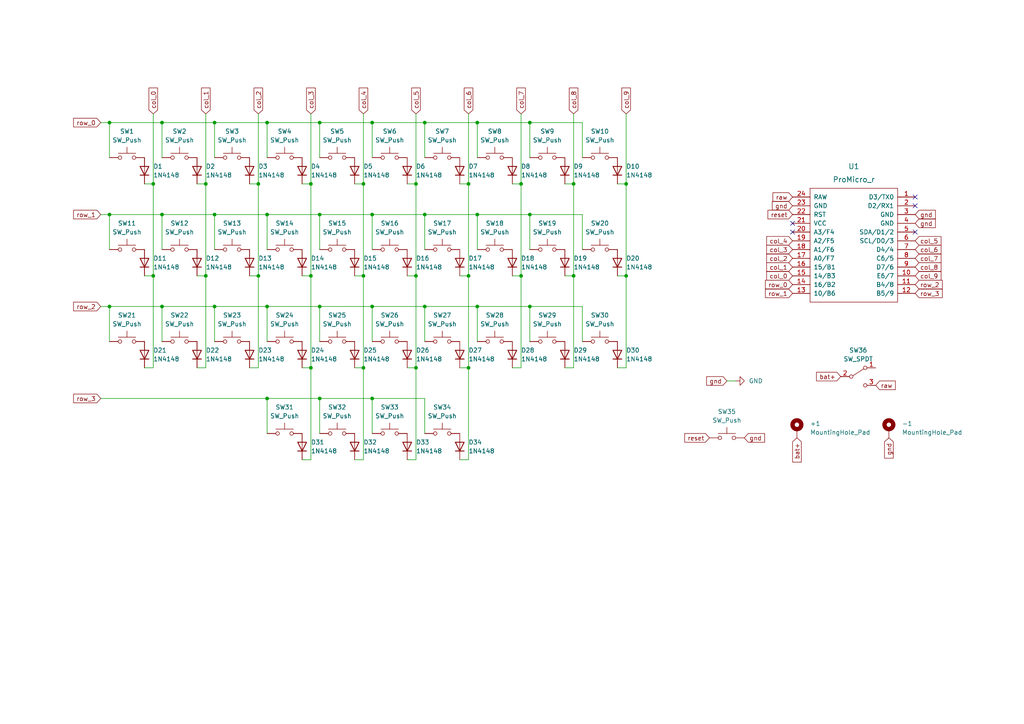
<source format=kicad_sch>
(kicad_sch (version 20211123) (generator eeschema)
  (paper "A4")
  (lib_symbols
    (symbol "Diode:1N4148" (pin_numbers hide) (pin_names (offset 1.016) hide)
      (property "Reference" "D" (at 0 2.54 0))
      (property "Value" "1N4148" (at 0 -2.54 0))
      (symbol "1N4148_0_1"
        (polyline (pts (xy -1.27 1.27) (xy -1.27 -1.27)) (stroke (width 0.254)))
        (polyline (pts (xy 1.27 0) (xy -1.27 0)))
        (polyline (pts (xy 1.27 1.27) (xy 1.27 -1.27) (xy -1.27 0) (xy 1.27 1.27)) (stroke (width 0.254)))
      )
      (symbol "1N4148_1_1"
        (pin passive line (at -3.81 0 0) (length 2.54) (name "K") (number "1"))
        (pin passive line (at 3.81 0 180) (length 2.54) (name "A") (number "2"))
      )
    )
    (symbol "Mechanical:MountingHole_Pad" (pin_numbers hide) (pin_names (offset 1.016) hide)
      (property "Reference" "H" (at 0 6.35 0))
      (property "Value" "MountingHole_Pad" (at 0 4.445 0))
      (symbol "MountingHole_Pad_0_1"
        (circle (center 0 1.27) (radius 1.27) (stroke (width 1.27)))
      )
      (symbol "MountingHole_Pad_1_1"
        (pin input line (at 0 -2.54 90) (length 2.54) (name "1") (number "1"))
      )
    )
    (symbol "Switch:SW_Push" (pin_numbers hide) (pin_names (offset 1.016) hide)
      (property "Reference" "SW" (at 1.27 2.54 0))
      (property "Value" "SW_Push" (at 0 -1.524 0))
      (symbol "SW_Push_0_1"
        (circle (center -2.032 0) (radius 0.508))
        (polyline (pts (xy 0 1.27) (xy 0 3.048)))
        (polyline (pts (xy 2.54 1.27) (xy -2.54 1.27)))
        (circle (center 2.032 0) (radius 0.508))
        (pin passive line (at -5.08 0 0) (length 2.54) (name "1") (number "1"))
        (pin passive line (at 5.08 0 180) (length 2.54) (name "2") (number "2"))
      )
    )
    (symbol "Switch:SW_SPDT" (pin_names (offset 0) hide)
      (property "Reference" "SW" (at 0 4.318 0))
      (property "Value" "SW_SPDT" (at 0 -5.08 0))
      (symbol "SW_SPDT_0_0"
        (circle (center -2.032 0) (radius 0.508))
        (circle (center 2.032 -2.54) (radius 0.508))
      )
      (symbol "SW_SPDT_0_1"
        (polyline (pts (xy -1.524 0.254) (xy 1.651 2.286)))
        (circle (center 2.032 2.54) (radius 0.508))
      )
      (symbol "SW_SPDT_1_1"
        (pin passive line (at 5.08 2.54 180) (length 2.54) (name "A") (number "1"))
        (pin passive line (at -5.08 0 0) (length 2.54) (name "B") (number "2"))
        (pin passive line (at 5.08 -2.54 180) (length 2.54) (name "C") (number "3"))
      )
    )
    (symbol "kbd:ProMicro_r" (pin_names (offset 1.016))
      (property "Reference" "U" (at 1.27 22.86 0))
      (property "Value" "ProMicro_r" (at 1.27 -15.24 0))
      (symbol "ProMicro_r_0_1"
        (rectangle (start 13.97 20.32) (end -11.43 -12.7))
      )
      (symbol "ProMicro_r_1_1"
        (pin bidirectional line (at 19.05 17.78 180) (length 5.08) (name "D3/TX0") (number "1"))
        (pin bidirectional line (at 19.05 -5.08 180) (length 5.08) (name "E6/7") (number "10"))
        (pin bidirectional line (at 19.05 -7.62 180) (length 5.08) (name "B4/8") (number "11"))
        (pin bidirectional line (at 19.05 -10.16 180) (length 5.08) (name "B5/9") (number "12"))
        (pin bidirectional line (at -16.51 -10.16 0) (length 5.08) (name "10/B6") (number "13"))
        (pin bidirectional line (at -16.51 -7.62 0) (length 5.08) (name "16/B2") (number "14"))
        (pin bidirectional line (at -16.51 -5.08 0) (length 5.08) (name "14/B3") (number "15"))
        (pin bidirectional line (at -16.51 -2.54 0) (length 5.08) (name "15/B1") (number "16"))
        (pin bidirectional line (at -16.51 0 0) (length 5.08) (name "A0/F7") (number "17"))
        (pin bidirectional line (at -16.51 2.54 0) (length 5.08) (name "A1/F6") (number "18"))
        (pin bidirectional line (at -16.51 5.08 0) (length 5.08) (name "A2/F5") (number "19"))
        (pin bidirectional line (at 19.05 15.24 180) (length 5.08) (name "D2/RX1") (number "2"))
        (pin bidirectional line (at -16.51 7.62 0) (length 5.08) (name "A3/F4") (number "20"))
        (pin power_in line (at -16.51 10.16 0) (length 5.08) (name "VCC") (number "21"))
        (pin input line (at -16.51 12.7 0) (length 5.08) (name "RST") (number "22"))
        (pin power_in line (at -16.51 15.24 0) (length 5.08) (name "GND") (number "23"))
        (pin power_out line (at -16.51 17.78 0) (length 5.08) (name "RAW") (number "24"))
        (pin power_in line (at 19.05 12.7 180) (length 5.08) (name "GND") (number "3"))
        (pin power_in line (at 19.05 10.16 180) (length 5.08) (name "GND") (number "4"))
        (pin bidirectional line (at 19.05 7.62 180) (length 5.08) (name "SDA/D1/2") (number "5"))
        (pin bidirectional line (at 19.05 5.08 180) (length 5.08) (name "SCL/D0/3") (number "6"))
        (pin bidirectional line (at 19.05 2.54 180) (length 5.08) (name "D4/4") (number "7"))
        (pin bidirectional line (at 19.05 0 180) (length 5.08) (name "C6/5") (number "8"))
        (pin bidirectional line (at 19.05 -2.54 180) (length 5.08) (name "D7/6") (number "9"))
      )
    )
    (symbol "power:GND" (power) (pin_names (offset 0))
      (property "Value" "GND" (at 0 -3.81 0))
      (symbol "GND_0_1"
        (polyline (pts (xy 0 0) (xy 0 -1.27) (xy 1.27 -1.27) (xy 0 -2.54) (xy -1.27 -1.27) (xy 0 -1.27)))
      )
      (symbol "GND_1_1"
        (pin power_in line (at 0 0 270) (length 0) hide (name "GND") (number "1"))
      )
    )
  )
  (junction (at 166.37 53.34))
  (junction (at 74.93 80.01))
  (junction (at 46.99 35.56))
  (junction (at 92.71 35.56))
  (junction (at 62.23 35.56))
  (junction (at 151.13 53.34))
  (junction (at 74.93 53.34))
  (junction (at 92.71 88.9))
  (junction (at 120.65 80.01))
  (junction (at 107.95 35.56))
  (junction (at 46.99 62.23))
  (junction (at 107.95 62.23))
  (junction (at 105.41 106.68))
  (junction (at 90.17 53.34))
  (junction (at 166.37 80.01))
  (junction (at 59.69 53.34))
  (junction (at 105.41 53.34))
  (junction (at 90.17 106.68))
  (junction (at 138.43 88.9))
  (junction (at 120.65 53.34))
  (junction (at 138.43 35.56))
  (junction (at 107.95 115.57))
  (junction (at 181.61 80.01))
  (junction (at 135.89 106.68))
  (junction (at 153.67 62.23))
  (junction (at 105.41 80.01))
  (junction (at 62.23 62.23))
  (junction (at 31.75 35.56))
  (junction (at 181.61 53.34))
  (junction (at 62.23 88.9))
  (junction (at 77.47 88.9))
  (junction (at 135.89 53.34))
  (junction (at 44.45 80.01))
  (junction (at 59.69 80.01))
  (junction (at 120.65 106.68))
  (junction (at 123.19 62.23))
  (junction (at 123.19 88.9))
  (junction (at 123.19 35.56))
  (junction (at 31.75 88.9))
  (junction (at 151.13 80.01))
  (junction (at 138.43 62.23))
  (junction (at 31.75 62.23))
  (junction (at 44.45 53.34))
  (junction (at 77.47 115.57))
  (junction (at 135.89 80.01))
  (junction (at 77.47 35.56))
  (junction (at 107.95 88.9))
  (junction (at 153.67 35.56))
  (junction (at 77.47 62.23))
  (junction (at 92.71 62.23))
  (junction (at 46.99 88.9))
  (junction (at 153.67 88.9))
  (junction (at 92.71 115.57))
  (junction (at 90.17 80.01))
  (no_connect (at 229.87 64.77))
  (no_connect (at 229.87 67.31))
  (no_connect (at 265.43 57.15))
  (no_connect (at 265.43 59.69))
  (no_connect (at 265.43 67.31))
  (wire (pts (xy 90.17 53.34) (xy 87.63 53.34)))
  (wire (pts (xy 90.17 80.01) (xy 90.17 53.34)))
  (wire (pts (xy 163.83 53.34) (xy 166.37 53.34)))
  (wire (pts (xy 166.37 53.34) (xy 166.37 80.01)))
  (wire (pts (xy 166.37 80.01) (xy 163.83 80.01)))
  (wire (pts (xy 105.41 80.01) (xy 105.41 106.68)))
  (wire (pts (xy 105.41 106.68) (xy 102.87 106.68)))
  (wire (pts (xy 153.67 62.23) (xy 168.91 62.23)))
  (wire (pts (xy 168.91 62.23) (xy 168.91 72.39)))
  (wire (pts (xy 138.43 35.56) (xy 153.67 35.56)))
  (wire (pts (xy 153.67 35.56) (xy 153.67 45.72)))
  (wire (pts (xy 166.37 80.01) (xy 166.37 106.68)))
  (wire (pts (xy 166.37 106.68) (xy 163.83 106.68)))
  (wire (pts (xy 77.47 35.56) (xy 92.71 35.56)))
  (wire (pts (xy 92.71 35.56) (xy 92.71 45.72)))
  (wire (pts (xy 120.65 80.01) (xy 118.11 80.01)))
  (wire (pts (xy 120.65 106.68) (xy 120.65 80.01)))
  (wire (pts (xy 44.45 33.02) (xy 44.45 53.34)))
  (wire (pts (xy 31.75 62.23) (xy 46.99 62.23)))
  (wire (pts (xy 31.75 72.39) (xy 31.75 62.23)))
  (wire (pts (xy 46.99 62.23) (xy 46.99 72.39)))
  (wire (pts (xy 138.43 88.9) (xy 153.67 88.9)))
  (wire (pts (xy 153.67 88.9) (xy 153.67 99.06)))
  (wire (pts (xy 105.41 33.02) (xy 105.41 53.34)))
  (wire (pts (xy 59.69 80.01) (xy 59.69 106.68)))
  (wire (pts (xy 59.69 106.68) (xy 57.15 106.68)))
  (wire (pts (xy 92.71 35.56) (xy 107.95 35.56)))
  (wire (pts (xy 107.95 35.56) (xy 107.95 45.72)))
  (wire (pts (xy 72.39 106.68) (xy 74.93 106.68)))
  (wire (pts (xy 74.93 80.01) (xy 72.39 80.01)))
  (wire (pts (xy 74.93 106.68) (xy 74.93 80.01)))
  (wire (pts (xy 120.65 53.34) (xy 118.11 53.34)))
  (wire (pts (xy 120.65 80.01) (xy 120.65 53.34)))
  (wire (pts (xy 90.17 33.02) (xy 90.17 53.34)))
  (wire (pts (xy 46.99 35.56) (xy 62.23 35.56)))
  (wire (pts (xy 62.23 35.56) (xy 62.23 45.72)))
  (wire (pts (xy 87.63 133.35) (xy 90.17 133.35)))
  (wire (pts (xy 90.17 106.68) (xy 87.63 106.68)))
  (wire (pts (xy 90.17 133.35) (xy 90.17 106.68)))
  (wire (pts (xy 31.75 35.56) (xy 46.99 35.56)))
  (wire (pts (xy 31.75 45.72) (xy 31.75 35.56)))
  (wire (pts (xy 46.99 35.56) (xy 46.99 45.72)))
  (wire (pts (xy 41.91 106.68) (xy 44.45 106.68)))
  (wire (pts (xy 44.45 80.01) (xy 41.91 80.01)))
  (wire (pts (xy 44.45 106.68) (xy 44.45 80.01)))
  (wire (pts (xy 151.13 33.02) (xy 151.13 53.34)))
  (wire (pts (xy 92.71 115.57) (xy 107.95 115.57)))
  (wire (pts (xy 107.95 115.57) (xy 107.95 125.73)))
  (wire (pts (xy 102.87 53.34) (xy 105.41 53.34)))
  (wire (pts (xy 105.41 53.34) (xy 105.41 80.01)))
  (wire (pts (xy 105.41 80.01) (xy 102.87 80.01)))
  (wire (pts (xy 123.19 62.23) (xy 138.43 62.23)))
  (wire (pts (xy 138.43 62.23) (xy 138.43 72.39)))
  (wire (pts (xy 29.21 62.23) (xy 31.75 62.23)))
  (wire (pts (xy 90.17 80.01) (xy 87.63 80.01)))
  (wire (pts (xy 90.17 106.68) (xy 90.17 80.01)))
  (wire (pts (xy 118.11 133.35) (xy 120.65 133.35)))
  (wire (pts (xy 120.65 106.68) (xy 118.11 106.68)))
  (wire (pts (xy 120.65 133.35) (xy 120.65 106.68)))
  (wire (pts (xy 46.99 88.9) (xy 62.23 88.9)))
  (wire (pts (xy 62.23 88.9) (xy 62.23 99.06)))
  (wire (pts (xy 210.82 110.49) (xy 213.36 110.49)))
  (wire (pts (xy 148.59 53.34) (xy 151.13 53.34)))
  (wire (pts (xy 151.13 53.34) (xy 151.13 80.01)))
  (wire (pts (xy 151.13 80.01) (xy 148.59 80.01)))
  (wire (pts (xy 77.47 88.9) (xy 92.71 88.9)))
  (wire (pts (xy 92.71 88.9) (xy 92.71 99.06)))
  (wire (pts (xy 46.99 62.23) (xy 62.23 62.23)))
  (wire (pts (xy 62.23 62.23) (xy 62.23 72.39)))
  (wire (pts (xy 123.19 88.9) (xy 138.43 88.9)))
  (wire (pts (xy 138.43 88.9) (xy 138.43 99.06)))
  (wire (pts (xy 105.41 106.68) (xy 105.41 133.35)))
  (wire (pts (xy 105.41 133.35) (xy 102.87 133.35)))
  (wire (pts (xy 62.23 88.9) (xy 77.47 88.9)))
  (wire (pts (xy 77.47 88.9) (xy 77.47 99.06)))
  (wire (pts (xy 133.35 53.34) (xy 135.89 53.34)))
  (wire (pts (xy 135.89 53.34) (xy 135.89 80.01)))
  (wire (pts (xy 135.89 80.01) (xy 133.35 80.01)))
  (wire (pts (xy 29.21 115.57) (xy 77.47 115.57)))
  (wire (pts (xy 123.19 35.56) (xy 138.43 35.56)))
  (wire (pts (xy 138.43 35.56) (xy 138.43 45.72)))
  (wire (pts (xy 29.21 88.9) (xy 31.75 88.9)))
  (wire (pts (xy 74.93 53.34) (xy 72.39 53.34)))
  (wire (pts (xy 74.93 80.01) (xy 74.93 53.34)))
  (wire (pts (xy 120.65 33.02) (xy 120.65 53.34)))
  (wire (pts (xy 153.67 35.56) (xy 168.91 35.56)))
  (wire (pts (xy 168.91 35.56) (xy 168.91 45.72)))
  (wire (pts (xy 135.89 80.01) (xy 135.89 106.68)))
  (wire (pts (xy 135.89 106.68) (xy 133.35 106.68)))
  (wire (pts (xy 29.21 35.56) (xy 31.75 35.56)))
  (wire (pts (xy 107.95 62.23) (xy 123.19 62.23)))
  (wire (pts (xy 123.19 62.23) (xy 123.19 72.39)))
  (wire (pts (xy 92.71 62.23) (xy 107.95 62.23)))
  (wire (pts (xy 107.95 62.23) (xy 107.95 72.39)))
  (wire (pts (xy 107.95 115.57) (xy 123.19 115.57)))
  (wire (pts (xy 123.19 115.57) (xy 123.19 125.73)))
  (wire (pts (xy 107.95 35.56) (xy 123.19 35.56)))
  (wire (pts (xy 123.19 35.56) (xy 123.19 45.72)))
  (wire (pts (xy 181.61 33.02) (xy 181.61 53.34)))
  (wire (pts (xy 135.89 33.02) (xy 135.89 53.34)))
  (wire (pts (xy 181.61 80.01) (xy 181.61 106.68)))
  (wire (pts (xy 181.61 106.68) (xy 179.07 106.68)))
  (wire (pts (xy 31.75 88.9) (xy 46.99 88.9)))
  (wire (pts (xy 31.75 99.06) (xy 31.75 88.9)))
  (wire (pts (xy 46.99 88.9) (xy 46.99 99.06)))
  (wire (pts (xy 179.07 53.34) (xy 181.61 53.34)))
  (wire (pts (xy 181.61 53.34) (xy 181.61 80.01)))
  (wire (pts (xy 181.61 80.01) (xy 179.07 80.01)))
  (wire (pts (xy 59.69 33.02) (xy 59.69 53.34)))
  (wire (pts (xy 44.45 53.34) (xy 41.91 53.34)))
  (wire (pts (xy 44.45 80.01) (xy 44.45 53.34)))
  (wire (pts (xy 92.71 88.9) (xy 107.95 88.9)))
  (wire (pts (xy 107.95 88.9) (xy 107.95 99.06)))
  (wire (pts (xy 57.15 53.34) (xy 59.69 53.34)))
  (wire (pts (xy 59.69 53.34) (xy 59.69 80.01)))
  (wire (pts (xy 59.69 80.01) (xy 57.15 80.01)))
  (wire (pts (xy 62.23 62.23) (xy 77.47 62.23)))
  (wire (pts (xy 77.47 62.23) (xy 77.47 72.39)))
  (wire (pts (xy 62.23 35.56) (xy 77.47 35.56)))
  (wire (pts (xy 77.47 35.56) (xy 77.47 45.72)))
  (wire (pts (xy 77.47 62.23) (xy 92.71 62.23)))
  (wire (pts (xy 92.71 62.23) (xy 92.71 72.39)))
  (wire (pts (xy 107.95 88.9) (xy 123.19 88.9)))
  (wire (pts (xy 123.19 88.9) (xy 123.19 99.06)))
  (wire (pts (xy 153.67 88.9) (xy 168.91 88.9)))
  (wire (pts (xy 168.91 88.9) (xy 168.91 99.06)))
  (wire (pts (xy 135.89 106.68) (xy 135.89 133.35)))
  (wire (pts (xy 135.89 133.35) (xy 133.35 133.35)))
  (wire (pts (xy 138.43 62.23) (xy 153.67 62.23)))
  (wire (pts (xy 153.67 62.23) (xy 153.67 72.39)))
  (wire (pts (xy 151.13 80.01) (xy 151.13 106.68)))
  (wire (pts (xy 151.13 106.68) (xy 148.59 106.68)))
  (wire (pts (xy 77.47 115.57) (xy 92.71 115.57)))
  (wire (pts (xy 77.47 125.73) (xy 77.47 115.57)))
  (wire (pts (xy 92.71 115.57) (xy 92.71 125.73)))
  (wire (pts (xy 166.37 33.02) (xy 166.37 53.34)))
  (wire (pts (xy 74.93 33.02) (xy 74.93 53.34)))
  (global_label "col_2" (shape input) (at 74.93 33.02 90) (property "Intersheet References" "${INTERSHEET_REFS}" (effects hide)))
  (global_label "gnd" (shape input) (at 210.82 110.49 180) (property "Intersheet References" "${INTERSHEET_REFS}" (effects hide)))
  (global_label "bat+" (shape input) (at 231.14 127 270) (property "Intersheet References" "${INTERSHEET_REFS}" (effects hide)))
  (global_label "gnd" (shape input) (at 229.87 59.69 180) (property "Intersheet References" "${INTERSHEET_REFS}" (effects hide)))
  (global_label "row_2" (shape input) (at 265.43 82.55 0) (property "Intersheet References" "${INTERSHEET_REFS}" (effects hide)))
  (global_label "col_9" (shape input) (at 265.43 80.01 0) (property "Intersheet References" "${INTERSHEET_REFS}" (effects hide)))
  (global_label "col_5" (shape input) (at 120.65 33.02 90) (property "Intersheet References" "${INTERSHEET_REFS}" (effects hide)))
  (global_label "col_3" (shape input) (at 90.17 33.02 90) (property "Intersheet References" "${INTERSHEET_REFS}" (effects hide)))
  (global_label "col_1" (shape input) (at 59.69 33.02 90) (property "Intersheet References" "${INTERSHEET_REFS}" (effects hide)))
  (global_label "col_8" (shape input) (at 166.37 33.02 90) (property "Intersheet References" "${INTERSHEET_REFS}" (effects hide)))
  (global_label "bat+" (shape input) (at 243.84 109.22 180) (property "Intersheet References" "${INTERSHEET_REFS}" (effects hide)))
  (global_label "col_7" (shape input) (at 151.13 33.02 90) (property "Intersheet References" "${INTERSHEET_REFS}" (effects hide)))
  (global_label "row_0" (shape input) (at 229.87 82.55 180) (property "Intersheet References" "${INTERSHEET_REFS}" (effects hide)))
  (global_label "gnd" (shape input) (at 265.43 64.77 0) (property "Intersheet References" "${INTERSHEET_REFS}" (effects hide)))
  (global_label "gnd" (shape input) (at 257.81 127 270) (property "Intersheet References" "${INTERSHEET_REFS}" (effects hide)))
  (global_label "col_0" (shape input) (at 229.87 80.01 180) (property "Intersheet References" "${INTERSHEET_REFS}" (effects hide)))
  (global_label "reset" (shape input) (at 205.74 127 180) (property "Intersheet References" "${INTERSHEET_REFS}" (effects hide)))
  (global_label "row_3" (shape input) (at 265.43 85.09 0) (property "Intersheet References" "${INTERSHEET_REFS}" (effects hide)))
  (global_label "col_0" (shape input) (at 44.45 33.02 90) (property "Intersheet References" "${INTERSHEET_REFS}" (effects hide)))
  (global_label "raw" (shape input) (at 254 111.76 0) (property "Intersheet References" "${INTERSHEET_REFS}" (effects hide)))
  (global_label "col_7" (shape input) (at 265.43 74.93 0) (property "Intersheet References" "${INTERSHEET_REFS}" (effects hide)))
  (global_label "col_2" (shape input) (at 229.87 74.93 180) (property "Intersheet References" "${INTERSHEET_REFS}" (effects hide)))
  (global_label "col_4" (shape input) (at 105.41 33.02 90) (property "Intersheet References" "${INTERSHEET_REFS}" (effects hide)))
  (global_label "raw" (shape input) (at 229.87 57.15 180) (property "Intersheet References" "${INTERSHEET_REFS}" (effects hide)))
  (global_label "row_0" (shape input) (at 29.21 35.56 180) (property "Intersheet References" "${INTERSHEET_REFS}" (effects hide)))
  (global_label "gnd" (shape input) (at 265.43 62.23 0) (property "Intersheet References" "${INTERSHEET_REFS}" (effects hide)))
  (global_label "row_1" (shape input) (at 229.87 85.09 180) (property "Intersheet References" "${INTERSHEET_REFS}" (effects hide)))
  (global_label "col_4" (shape input) (at 229.87 69.85 180) (property "Intersheet References" "${INTERSHEET_REFS}" (effects hide)))
  (global_label "col_9" (shape input) (at 181.61 33.02 90) (property "Intersheet References" "${INTERSHEET_REFS}" (effects hide)))
  (global_label "col_6" (shape input) (at 265.43 72.39 0) (property "Intersheet References" "${INTERSHEET_REFS}" (effects hide)))
  (global_label "col_8" (shape input) (at 265.43 77.47 0) (property "Intersheet References" "${INTERSHEET_REFS}" (effects hide)))
  (global_label "row_2" (shape input) (at 29.21 88.9 180) (property "Intersheet References" "${INTERSHEET_REFS}" (effects hide)))
  (global_label "col_5" (shape input) (at 265.43 69.85 0) (property "Intersheet References" "${INTERSHEET_REFS}" (effects hide)))
  (global_label "gnd" (shape input) (at 215.9 127 0) (property "Intersheet References" "${INTERSHEET_REFS}" (effects hide)))
  (global_label "row_3" (shape input) (at 29.21 115.57 180) (property "Intersheet References" "${INTERSHEET_REFS}" (effects hide)))
  (global_label "reset" (shape input) (at 229.87 62.23 180) (property "Intersheet References" "${INTERSHEET_REFS}" (effects hide)))
  (global_label "row_1" (shape input) (at 29.21 62.23 180) (property "Intersheet References" "${INTERSHEET_REFS}" (effects hide)))
  (global_label "col_3" (shape input) (at 229.87 72.39 180) (property "Intersheet References" "${INTERSHEET_REFS}" (effects hide)))
  (global_label "col_1" (shape input) (at 229.87 77.47 180) (property "Intersheet References" "${INTERSHEET_REFS}" (effects hide)))
  (global_label "col_6" (shape input) (at 135.89 33.02 90) (property "Intersheet References" "${INTERSHEET_REFS}" (effects hide)))
  (symbol (lib_id "Switch:SW_Push") (at 67.31 99.06 0) (unit 1)
    (property "Reference" "SW23" (at 67.31 91.44 0))
    (property "Value" "SW_Push" (at 67.31 93.98 0))
    (property "Footprint" "footprints:choc-switch" (effects hide))
  )
  (symbol (lib_id "Diode:1N4148") (at 133.35 49.53 90) (unit 1)
    (property "Reference" "D7" (at 135.89 48.2599 90) (effects (justify right)))
    (property "Value" "1N4148" (at 135.89 50.7999 90) (effects (justify right)))
    (property "Footprint" "footprints:smd-diode" (effects hide))
    (property "Datasheet" "https://assets.nexperia.com/documents/data-sheet/1N4148_1N4448.pdf" (effects hide))
  )
  (symbol (lib_id "Switch:SW_Push") (at 113.03 72.39 0) (unit 1)
    (property "Reference" "SW16" (at 113.03 64.77 0))
    (property "Value" "SW_Push" (at 113.03 67.31 0))
    (property "Footprint" "footprints:choc-switch" (effects hide))
  )
  (symbol (lib_id "Diode:1N4148") (at 87.63 129.54 90) (unit 1)
    (property "Reference" "D31" (at 90.17 128.2699 90) (effects (justify right)))
    (property "Value" "1N4148" (at 90.17 130.8099 90) (effects (justify right)))
    (property "Footprint" "footprints:smd-diode" (effects hide))
    (property "Datasheet" "https://assets.nexperia.com/documents/data-sheet/1N4148_1N4448.pdf" (effects hide))
  )
  (symbol (lib_id "Switch:SW_Push") (at 143.51 45.72 0) (unit 1)
    (property "Reference" "SW8" (at 143.51 38.1 0))
    (property "Value" "SW_Push" (at 143.51 40.64 0))
    (property "Footprint" "footprints:choc-switch" (effects hide))
  )
  (symbol (lib_id "Switch:SW_Push") (at 158.75 72.39 0) (unit 1)
    (property "Reference" "SW19" (at 158.75 64.77 0))
    (property "Value" "SW_Push" (at 158.75 67.31 0))
    (property "Footprint" "footprints:choc-switch" (effects hide))
  )
  (symbol (lib_id "Switch:SW_Push") (at 128.27 125.73 0) (unit 1)
    (property "Reference" "SW34" (at 128.27 118.11 0))
    (property "Value" "SW_Push" (at 128.27 120.65 0))
    (property "Footprint" "footprints:choc-switch" (effects hide))
  )
  (symbol (lib_id "Switch:SW_Push") (at 36.83 45.72 0) (unit 1)
    (property "Reference" "SW1" (at 36.83 38.1 0))
    (property "Value" "SW_Push" (at 36.83 40.64 0))
    (property "Footprint" "footprints:choc-switch" (effects hide))
  )
  (symbol (lib_id "Diode:1N4148") (at 118.11 49.53 90) (unit 1)
    (property "Reference" "D6" (at 120.65 48.2599 90) (effects (justify right)))
    (property "Value" "1N4148" (at 120.65 50.7999 90) (effects (justify right)))
    (property "Footprint" "footprints:smd-diode" (effects hide))
    (property "Datasheet" "https://assets.nexperia.com/documents/data-sheet/1N4148_1N4448.pdf" (effects hide))
  )
  (symbol (lib_id "Diode:1N4148") (at 87.63 102.87 90) (unit 1)
    (property "Reference" "D24" (at 90.17 101.5999 90) (effects (justify right)))
    (property "Value" "1N4148" (at 90.17 104.1399 90) (effects (justify right)))
    (property "Footprint" "footprints:smd-diode" (effects hide))
    (property "Datasheet" "https://assets.nexperia.com/documents/data-sheet/1N4148_1N4448.pdf" (effects hide))
  )
  (symbol (lib_id "Diode:1N4148") (at 118.11 129.54 90) (unit 1)
    (property "Reference" "D33" (at 120.65 128.2699 90) (effects (justify right)))
    (property "Value" "1N4148" (at 120.65 130.8099 90) (effects (justify right)))
    (property "Footprint" "footprints:smd-diode" (effects hide))
    (property "Datasheet" "https://assets.nexperia.com/documents/data-sheet/1N4148_1N4448.pdf" (effects hide))
  )
  (symbol (lib_id "Diode:1N4148") (at 87.63 49.53 90) (unit 1)
    (property "Reference" "D4" (at 90.17 48.2599 90) (effects (justify right)))
    (property "Value" "1N4148" (at 90.17 50.7999 90) (effects (justify right)))
    (property "Footprint" "footprints:smd-diode" (effects hide))
    (property "Datasheet" "https://assets.nexperia.com/documents/data-sheet/1N4148_1N4448.pdf" (effects hide))
  )
  (symbol (lib_id "Diode:1N4148") (at 72.39 102.87 90) (unit 1)
    (property "Reference" "D23" (at 74.93 101.5999 90) (effects (justify right)))
    (property "Value" "1N4148" (at 74.93 104.1399 90) (effects (justify right)))
    (property "Footprint" "footprints:smd-diode" (effects hide))
    (property "Datasheet" "https://assets.nexperia.com/documents/data-sheet/1N4148_1N4448.pdf" (effects hide))
  )
  (symbol (lib_id "Diode:1N4148") (at 72.39 76.2 90) (unit 1)
    (property "Reference" "D13" (at 74.93 74.9299 90) (effects (justify right)))
    (property "Value" "1N4148" (at 74.93 77.4699 90) (effects (justify right)))
    (property "Footprint" "footprints:smd-diode" (effects hide))
    (property "Datasheet" "https://assets.nexperia.com/documents/data-sheet/1N4148_1N4448.pdf" (effects hide))
  )
  (symbol (lib_id "Diode:1N4148") (at 148.59 49.53 90) (unit 1)
    (property "Reference" "D8" (at 151.13 48.2599 90) (effects (justify right)))
    (property "Value" "1N4148" (at 151.13 50.7999 90) (effects (justify right)))
    (property "Footprint" "footprints:smd-diode" (effects hide))
    (property "Datasheet" "https://assets.nexperia.com/documents/data-sheet/1N4148_1N4448.pdf" (effects hide))
  )
  (symbol (lib_id "Switch:SW_Push") (at 128.27 99.06 0) (unit 1)
    (property "Reference" "SW27" (at 128.27 91.44 0))
    (property "Value" "SW_Push" (at 128.27 93.98 0))
    (property "Footprint" "footprints:choc-switch" (effects hide))
  )
  (symbol (lib_id "Diode:1N4148") (at 57.15 76.2 90) (unit 1)
    (property "Reference" "D12" (at 59.69 74.9299 90) (effects (justify right)))
    (property "Value" "1N4148" (at 59.69 77.4699 90) (effects (justify right)))
    (property "Footprint" "footprints:smd-diode" (effects hide))
    (property "Datasheet" "https://assets.nexperia.com/documents/data-sheet/1N4148_1N4448.pdf" (effects hide))
  )
  (symbol (lib_id "Diode:1N4148") (at 102.87 49.53 90) (unit 1)
    (property "Reference" "D5" (at 105.41 48.2599 90) (effects (justify right)))
    (property "Value" "1N4148" (at 105.41 50.7999 90) (effects (justify right)))
    (property "Footprint" "footprints:smd-diode" (effects hide))
    (property "Datasheet" "https://assets.nexperia.com/documents/data-sheet/1N4148_1N4448.pdf" (effects hide))
  )
  (symbol (lib_id "Switch:SW_Push") (at 113.03 45.72 0) (unit 1)
    (property "Reference" "SW6" (at 113.03 38.1 0))
    (property "Value" "SW_Push" (at 113.03 40.64 0))
    (property "Footprint" "footprints:choc-switch" (effects hide))
  )
  (symbol (lib_id "Switch:SW_Push") (at 36.83 72.39 0) (unit 1)
    (property "Reference" "SW11" (at 36.83 64.77 0))
    (property "Value" "SW_Push" (at 36.83 67.31 0))
    (property "Footprint" "footprints:choc-switch" (effects hide))
  )
  (symbol (lib_id "Switch:SW_Push") (at 143.51 99.06 0) (unit 1)
    (property "Reference" "SW28" (at 143.51 91.44 0))
    (property "Value" "SW_Push" (at 143.51 93.98 0))
    (property "Footprint" "footprints:choc-switch" (effects hide))
  )
  (symbol (lib_id "Switch:SW_Push") (at 82.55 72.39 0) (unit 1)
    (property "Reference" "SW14" (at 82.55 64.77 0))
    (property "Value" "SW_Push" (at 82.55 67.31 0))
    (property "Footprint" "footprints:choc-switch" (effects hide))
  )
  (symbol (lib_id "Diode:1N4148") (at 41.91 76.2 90) (unit 1)
    (property "Reference" "D11" (at 44.45 74.9299 90) (effects (justify right)))
    (property "Value" "1N4148" (at 44.45 77.4699 90) (effects (justify right)))
    (property "Footprint" "footprints:smd-diode" (effects hide))
    (property "Datasheet" "https://assets.nexperia.com/documents/data-sheet/1N4148_1N4448.pdf" (effects hide))
  )
  (symbol (lib_id "Switch:SW_Push") (at 52.07 45.72 0) (unit 1)
    (property "Reference" "SW2" (at 52.07 38.1 0))
    (property "Value" "SW_Push" (at 52.07 40.64 0))
    (property "Footprint" "footprints:choc-switch" (effects hide))
  )
  (symbol (lib_id "Switch:SW_Push") (at 173.99 72.39 0) (unit 1)
    (property "Reference" "SW20" (at 173.99 64.77 0))
    (property "Value" "SW_Push" (at 173.99 67.31 0))
    (property "Footprint" "footprints:choc-switch" (effects hide))
  )
  (symbol (lib_id "Mechanical:MountingHole_Pad") (at 257.81 124.46 0) (unit 1)
    (property "Reference" "-1" (at 261.62 122.8724 0) (effects (justify left)))
    (property "Value" "MountingHole_Pad" (at 261.62 125.4124 0) (effects (justify left)))
    (property "Footprint" "footprints:single-pin" (effects hide))
  )
  (symbol (lib_id "Switch:SW_Push") (at 97.79 125.73 0) (unit 1)
    (property "Reference" "SW32" (at 97.79 118.11 0))
    (property "Value" "SW_Push" (at 97.79 120.65 0))
    (property "Footprint" "footprints:choc-switch" (effects hide))
  )
  (symbol (lib_id "Diode:1N4148") (at 118.11 102.87 90) (unit 1)
    (property "Reference" "D26" (at 120.65 101.5999 90) (effects (justify right)))
    (property "Value" "1N4148" (at 120.65 104.1399 90) (effects (justify right)))
    (property "Footprint" "footprints:smd-diode" (effects hide))
    (property "Datasheet" "https://assets.nexperia.com/documents/data-sheet/1N4148_1N4448.pdf" (effects hide))
  )
  (symbol (lib_id "Diode:1N4148") (at 163.83 102.87 90) (unit 1)
    (property "Reference" "D29" (at 166.37 101.5999 90) (effects (justify right)))
    (property "Value" "1N4148" (at 166.37 104.1399 90) (effects (justify right)))
    (property "Footprint" "footprints:smd-diode" (effects hide))
    (property "Datasheet" "https://assets.nexperia.com/documents/data-sheet/1N4148_1N4448.pdf" (effects hide))
  )
  (symbol (lib_id "Switch:SW_Push") (at 67.31 72.39 0) (unit 1)
    (property "Reference" "SW13" (at 67.31 64.77 0))
    (property "Value" "SW_Push" (at 67.31 67.31 0))
    (property "Footprint" "footprints:choc-switch" (effects hide))
  )
  (symbol (lib_id "Switch:SW_Push") (at 82.55 45.72 0) (unit 1)
    (property "Reference" "SW4" (at 82.55 38.1 0))
    (property "Value" "SW_Push" (at 82.55 40.64 0))
    (property "Footprint" "footprints:choc-switch" (effects hide))
  )
  (symbol (lib_id "Switch:SW_Push") (at 173.99 45.72 0) (unit 1)
    (property "Reference" "SW10" (at 173.99 38.1 0))
    (property "Value" "SW_Push" (at 173.99 40.64 0))
    (property "Footprint" "footprints:choc-switch" (effects hide))
  )
  (symbol (lib_id "Switch:SW_Push") (at 158.75 99.06 0) (unit 1)
    (property "Reference" "SW29" (at 158.75 91.44 0))
    (property "Value" "SW_Push" (at 158.75 93.98 0))
    (property "Footprint" "footprints:choc-switch" (effects hide))
  )
  (symbol (lib_id "Diode:1N4148") (at 72.39 49.53 90) (unit 1)
    (property "Reference" "D3" (at 74.93 48.2599 90) (effects (justify right)))
    (property "Value" "1N4148" (at 74.93 50.7999 90) (effects (justify right)))
    (property "Footprint" "footprints:smd-diode" (effects hide))
    (property "Datasheet" "https://assets.nexperia.com/documents/data-sheet/1N4148_1N4448.pdf" (effects hide))
  )
  (symbol (lib_id "Diode:1N4148") (at 57.15 102.87 90) (unit 1)
    (property "Reference" "D22" (at 59.69 101.5999 90) (effects (justify right)))
    (property "Value" "1N4148" (at 59.69 104.1399 90) (effects (justify right)))
    (property "Footprint" "footprints:smd-diode" (effects hide))
    (property "Datasheet" "https://assets.nexperia.com/documents/data-sheet/1N4148_1N4448.pdf" (effects hide))
  )
  (symbol (lib_id "Switch:SW_Push") (at 173.99 99.06 0) (unit 1)
    (property "Reference" "SW30" (at 173.99 91.44 0))
    (property "Value" "SW_Push" (at 173.99 93.98 0))
    (property "Footprint" "footprints:choc-switch" (effects hide))
  )
  (symbol (lib_id "Switch:SW_Push") (at 97.79 72.39 0) (unit 1)
    (property "Reference" "SW15" (at 97.79 64.77 0))
    (property "Value" "SW_Push" (at 97.79 67.31 0))
    (property "Footprint" "footprints:choc-switch" (effects hide))
  )
  (symbol (lib_id "Switch:SW_Push") (at 113.03 125.73 0) (unit 1)
    (property "Reference" "SW33" (at 113.03 118.11 0))
    (property "Value" "SW_Push" (at 113.03 120.65 0))
    (property "Footprint" "footprints:choc-switch" (effects hide))
  )
  (symbol (lib_id "kbd:ProMicro_r") (at 246.38 74.93 0) (unit 1)
    (property "Reference" "U1" (at 247.65 48.26 0) (effects (font (size 1.524 1.524))))
    (property "Value" "ProMicro_r" (at 247.65 52.07 0) (effects (font (size 1.524 1.524))))
    (property "Footprint" "footprints:pro-micro" (effects hide))
  )
  (symbol (lib_id "Diode:1N4148") (at 133.35 129.54 90) (unit 1)
    (property "Reference" "D34" (at 135.89 128.2699 90) (effects (justify right)))
    (property "Value" "1N4148" (at 135.89 130.8099 90) (effects (justify right)))
    (property "Footprint" "footprints:smd-diode" (effects hide))
    (property "Datasheet" "https://assets.nexperia.com/documents/data-sheet/1N4148_1N4448.pdf" (effects hide))
  )
  (symbol (lib_id "Switch:SW_Push") (at 82.55 125.73 0) (unit 1)
    (property "Reference" "SW31" (at 82.55 118.11 0))
    (property "Value" "SW_Push" (at 82.55 120.65 0))
    (property "Footprint" "footprints:choc-switch" (effects hide))
  )
  (symbol (lib_id "Switch:SW_Push") (at 128.27 72.39 0) (unit 1)
    (property "Reference" "SW17" (at 128.27 64.77 0))
    (property "Value" "SW_Push" (at 128.27 67.31 0))
    (property "Footprint" "footprints:choc-switch" (effects hide))
  )
  (symbol (lib_id "Diode:1N4148") (at 102.87 76.2 90) (unit 1)
    (property "Reference" "D15" (at 105.41 74.9299 90) (effects (justify right)))
    (property "Value" "1N4148" (at 105.41 77.4699 90) (effects (justify right)))
    (property "Footprint" "footprints:smd-diode" (effects hide))
    (property "Datasheet" "https://assets.nexperia.com/documents/data-sheet/1N4148_1N4448.pdf" (effects hide))
  )
  (symbol (lib_id "Diode:1N4148") (at 41.91 102.87 90) (unit 1)
    (property "Reference" "D21" (at 44.45 101.5999 90) (effects (justify right)))
    (property "Value" "1N4148" (at 44.45 104.1399 90) (effects (justify right)))
    (property "Footprint" "footprints:smd-diode" (effects hide))
    (property "Datasheet" "https://assets.nexperia.com/documents/data-sheet/1N4148_1N4448.pdf" (effects hide))
  )
  (symbol (lib_id "Switch:SW_Push") (at 97.79 99.06 0) (unit 1)
    (property "Reference" "SW25" (at 97.79 91.44 0))
    (property "Value" "SW_Push" (at 97.79 93.98 0))
    (property "Footprint" "footprints:choc-switch" (effects hide))
  )
  (symbol (lib_id "Switch:SW_Push") (at 113.03 99.06 0) (unit 1)
    (property "Reference" "SW26" (at 113.03 91.44 0))
    (property "Value" "SW_Push" (at 113.03 93.98 0))
    (property "Footprint" "footprints:choc-switch" (effects hide))
  )
  (symbol (lib_id "Diode:1N4148") (at 118.11 76.2 90) (unit 1)
    (property "Reference" "D16" (at 120.65 74.9299 90) (effects (justify right)))
    (property "Value" "1N4148" (at 120.65 77.4699 90) (effects (justify right)))
    (property "Footprint" "footprints:smd-diode" (effects hide))
    (property "Datasheet" "https://assets.nexperia.com/documents/data-sheet/1N4148_1N4448.pdf" (effects hide))
  )
  (symbol (lib_id "Diode:1N4148") (at 163.83 49.53 90) (unit 1)
    (property "Reference" "D9" (at 166.37 48.2599 90) (effects (justify right)))
    (property "Value" "1N4148" (at 166.37 50.7999 90) (effects (justify right)))
    (property "Footprint" "footprints:smd-diode" (effects hide))
    (property "Datasheet" "https://assets.nexperia.com/documents/data-sheet/1N4148_1N4448.pdf" (effects hide))
  )
  (symbol (lib_id "Diode:1N4148") (at 87.63 76.2 90) (unit 1)
    (property "Reference" "D14" (at 90.17 74.9299 90) (effects (justify right)))
    (property "Value" "1N4148" (at 90.17 77.4699 90) (effects (justify right)))
    (property "Footprint" "footprints:smd-diode" (effects hide))
    (property "Datasheet" "https://assets.nexperia.com/documents/data-sheet/1N4148_1N4448.pdf" (effects hide))
  )
  (symbol (lib_id "Switch:SW_Push") (at 82.55 99.06 0) (unit 1)
    (property "Reference" "SW24" (at 82.55 91.44 0))
    (property "Value" "SW_Push" (at 82.55 93.98 0))
    (property "Footprint" "footprints:choc-switch" (effects hide))
  )
  (symbol (lib_id "Diode:1N4148") (at 57.15 49.53 90) (unit 1)
    (property "Reference" "D2" (at 59.69 48.2599 90) (effects (justify right)))
    (property "Value" "1N4148" (at 59.69 50.7999 90) (effects (justify right)))
    (property "Footprint" "footprints:smd-diode" (effects hide))
    (property "Datasheet" "https://assets.nexperia.com/documents/data-sheet/1N4148_1N4448.pdf" (effects hide))
  )
  (symbol (lib_id "Switch:SW_Push") (at 143.51 72.39 0) (unit 1)
    (property "Reference" "SW18" (at 143.51 64.77 0))
    (property "Value" "SW_Push" (at 143.51 67.31 0))
    (property "Footprint" "footprints:choc-switch" (effects hide))
  )
  (symbol (lib_id "Switch:SW_Push") (at 67.31 45.72 0) (unit 1)
    (property "Reference" "SW3" (at 67.31 38.1 0))
    (property "Value" "SW_Push" (at 67.31 40.64 0))
    (property "Footprint" "footprints:choc-switch" (effects hide))
  )
  (symbol (lib_id "power:GND") (at 213.36 110.49 90) (unit 1)
    (property "Reference" "#PWR0101" (effects hide))
    (property "Value" "GND" (at 217.17 110.4899 90) (effects (justify right)))
  )
  (symbol (lib_id "Diode:1N4148") (at 133.35 102.87 90) (unit 1)
    (property "Reference" "D27" (at 135.89 101.5999 90) (effects (justify right)))
    (property "Value" "1N4148" (at 135.89 104.1399 90) (effects (justify right)))
    (property "Footprint" "footprints:smd-diode" (effects hide))
    (property "Datasheet" "https://assets.nexperia.com/documents/data-sheet/1N4148_1N4448.pdf" (effects hide))
  )
  (symbol (lib_id "Diode:1N4148") (at 179.07 102.87 90) (unit 1)
    (property "Reference" "D30" (at 181.61 101.5999 90) (effects (justify right)))
    (property "Value" "1N4148" (at 181.61 104.1399 90) (effects (justify right)))
    (property "Footprint" "footprints:smd-diode" (effects hide))
    (property "Datasheet" "https://assets.nexperia.com/documents/data-sheet/1N4148_1N4448.pdf" (effects hide))
  )
  (symbol (lib_id "Diode:1N4148") (at 102.87 129.54 90) (unit 1)
    (property "Reference" "D32" (at 105.41 128.2699 90) (effects (justify right)))
    (property "Value" "1N4148" (at 105.41 130.8099 90) (effects (justify right)))
    (property "Footprint" "footprints:smd-diode" (effects hide))
    (property "Datasheet" "https://assets.nexperia.com/documents/data-sheet/1N4148_1N4448.pdf" (effects hide))
  )
  (symbol (lib_id "Switch:SW_Push") (at 52.07 99.06 0) (unit 1)
    (property "Reference" "SW22" (at 52.07 91.44 0))
    (property "Value" "SW_Push" (at 52.07 93.98 0))
    (property "Footprint" "footprints:choc-switch" (effects hide))
  )
  (symbol (lib_id "Switch:SW_Push") (at 158.75 45.72 0) (unit 1)
    (property "Reference" "SW9" (at 158.75 38.1 0))
    (property "Value" "SW_Push" (at 158.75 40.64 0))
    (property "Footprint" "footprints:choc-switch" (effects hide))
  )
  (symbol (lib_id "Diode:1N4148") (at 41.91 49.53 90) (unit 1)
    (property "Reference" "D1" (at 44.45 48.2599 90) (effects (justify right)))
    (property "Value" "1N4148" (at 44.45 50.7999 90) (effects (justify right)))
    (property "Footprint" "footprints:smd-diode" (effects hide))
    (property "Datasheet" "https://assets.nexperia.com/documents/data-sheet/1N4148_1N4448.pdf" (effects hide))
  )
  (symbol (lib_id "Switch:SW_SPDT") (at 248.92 109.22 0) (unit 1)
    (property "Reference" "SW36" (at 248.92 101.6 0))
    (property "Value" "SW_SPDT" (at 248.92 104.14 0))
    (property "Footprint" "footprints:power-switch" (effects hide))
  )
  (symbol (lib_id "Diode:1N4148") (at 133.35 76.2 90) (unit 1)
    (property "Reference" "D17" (at 135.89 74.9299 90) (effects (justify right)))
    (property "Value" "1N4148" (at 135.89 77.4699 90) (effects (justify right)))
    (property "Footprint" "footprints:smd-diode" (effects hide))
    (property "Datasheet" "https://assets.nexperia.com/documents/data-sheet/1N4148_1N4448.pdf" (effects hide))
  )
  (symbol (lib_id "Diode:1N4148") (at 102.87 102.87 90) (unit 1)
    (property "Reference" "D25" (at 105.41 101.5999 90) (effects (justify right)))
    (property "Value" "1N4148" (at 105.41 104.1399 90) (effects (justify right)))
    (property "Footprint" "footprints:smd-diode" (effects hide))
    (property "Datasheet" "https://assets.nexperia.com/documents/data-sheet/1N4148_1N4448.pdf" (effects hide))
  )
  (symbol (lib_id "Switch:SW_Push") (at 128.27 45.72 0) (unit 1)
    (property "Reference" "SW7" (at 128.27 38.1 0))
    (property "Value" "SW_Push" (at 128.27 40.64 0))
    (property "Footprint" "footprints:choc-switch" (effects hide))
  )
  (symbol (lib_id "Diode:1N4148") (at 148.59 76.2 90) (unit 1)
    (property "Reference" "D18" (at 151.13 74.9299 90) (effects (justify right)))
    (property "Value" "1N4148" (at 151.13 77.4699 90) (effects (justify right)))
    (property "Footprint" "footprints:smd-diode" (effects hide))
    (property "Datasheet" "https://assets.nexperia.com/documents/data-sheet/1N4148_1N4448.pdf" (effects hide))
  )
  (symbol (lib_id "Mechanical:MountingHole_Pad") (at 231.14 124.46 0) (unit 1)
    (property "Reference" "+1" (at 234.95 122.8724 0) (effects (justify left)))
    (property "Value" "MountingHole_Pad" (at 234.95 125.4124 0) (effects (justify left)))
    (property "Footprint" "footprints:single-pin" (effects hide))
  )
  (symbol (lib_id "Switch:SW_Push") (at 52.07 72.39 0) (unit 1)
    (property "Reference" "SW12" (at 52.07 64.77 0))
    (property "Value" "SW_Push" (at 52.07 67.31 0))
    (property "Footprint" "footprints:choc-switch" (effects hide))
  )
  (symbol (lib_id "Diode:1N4148") (at 148.59 102.87 90) (unit 1)
    (property "Reference" "D28" (at 151.13 101.5999 90) (effects (justify right)))
    (property "Value" "1N4148" (at 151.13 104.1399 90) (effects (justify right)))
    (property "Footprint" "footprints:smd-diode" (effects hide))
    (property "Datasheet" "https://assets.nexperia.com/documents/data-sheet/1N4148_1N4448.pdf" (effects hide))
  )
  (symbol (lib_id "Diode:1N4148") (at 163.83 76.2 90) (unit 1)
    (property "Reference" "D19" (at 166.37 74.9299 90) (effects (justify right)))
    (property "Value" "1N4148" (at 166.37 77.4699 90) (effects (justify right)))
    (property "Footprint" "footprints:smd-diode" (effects hide))
    (property "Datasheet" "https://assets.nexperia.com/documents/data-sheet/1N4148_1N4448.pdf" (effects hide))
  )
  (symbol (lib_id "Diode:1N4148") (at 179.07 76.2 90) (unit 1)
    (property "Reference" "D20" (at 181.61 74.9299 90) (effects (justify right)))
    (property "Value" "1N4148" (at 181.61 77.4699 90) (effects (justify right)))
    (property "Footprint" "footprints:smd-diode" (effects hide))
    (property "Datasheet" "https://assets.nexperia.com/documents/data-sheet/1N4148_1N4448.pdf" (effects hide))
  )
  (symbol (lib_id "Diode:1N4148") (at 179.07 49.53 90) (unit 1)
    (property "Reference" "D10" (at 181.61 48.2599 90) (effects (justify right)))
    (property "Value" "1N4148" (at 181.61 50.7999 90) (effects (justify right)))
    (property "Footprint" "footprints:smd-diode" (effects hide))
    (property "Datasheet" "https://assets.nexperia.com/documents/data-sheet/1N4148_1N4448.pdf" (effects hide))
  )
  (symbol (lib_id "Switch:SW_Push") (at 36.83 99.06 0) (unit 1)
    (property "Reference" "SW21" (at 36.83 91.44 0))
    (property "Value" "SW_Push" (at 36.83 93.98 0))
    (property "Footprint" "footprints:choc-switch" (effects hide))
  )
  (symbol (lib_id "Switch:SW_Push") (at 210.82 127 0) (unit 1)
    (property "Reference" "SW35" (at 210.82 119.38 0))
    (property "Value" "SW_Push" (at 210.82 121.92 0))
    (property "Footprint" "footprints:reset-switch" (effects hide))
  )
  (symbol (lib_id "Switch:SW_Push") (at 97.79 45.72 0) (unit 1)
    (property "Reference" "SW5" (at 97.79 38.1 0))
    (property "Value" "SW_Push" (at 97.79 40.64 0))
    (property "Footprint" "footprints:choc-switch" (effects hide))
  )
)
</source>
